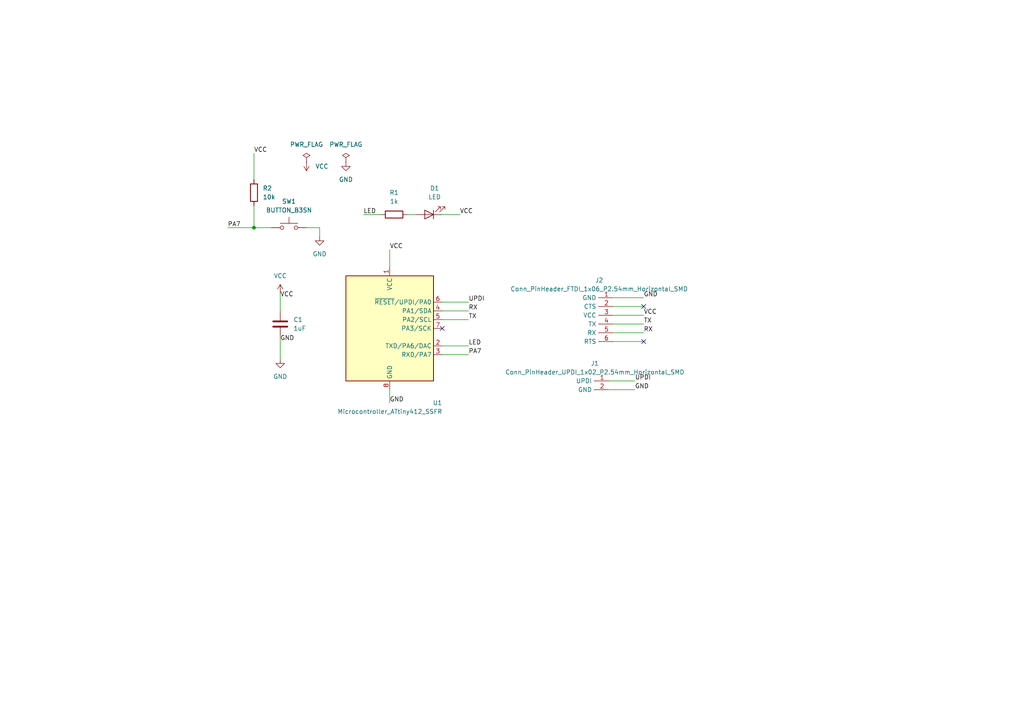
<source format=kicad_sch>
(kicad_sch (version 20211123) (generator eeschema)
  (paper "A4")
  (lib_symbols
    (symbol "fab:BUTTON_B3SN" (pin_numbers hide) (pin_names (offset 1.016) hide)
      (property "Reference" "SW" (at 1.27 2.54 0))
      (property "Value" "BUTTON_B3SN" (at 0 -1.524 0))
      (symbol "BUTTON_B3SN_0_1"
        (circle (center -2.032 0) (radius 0.508))
        (polyline (pts (xy 0 1.27) (xy 0 3.048)))
        (polyline (pts (xy 2.54 1.27) (xy -2.54 1.27)))
        (circle (center 2.032 0) (radius 0.508))
        (pin passive line (at -5.08 0 0) (length 2.54) (name "1") (number "1"))
        (pin passive line (at 5.08 0 180) (length 2.54) (name "2") (number "2"))
      )
    )
    (symbol "fab:C" (pin_numbers hide) (pin_names (offset 0.254))
      (property "Reference" "C" (at 0.635 2.54 0))
      (property "Value" "C" (at 0.635 -2.54 0))
      (symbol "C_0_1"
        (polyline (pts (xy -2.032 -0.762) (xy 2.032 -0.762)) (stroke (width 0.508)))
        (polyline (pts (xy -2.032 0.762) (xy 2.032 0.762)) (stroke (width 0.508)))
      )
      (symbol "C_1_1"
        (pin passive line (at 0 3.81 270) (length 2.794) (name "~") (number "1"))
        (pin passive line (at 0 -3.81 90) (length 2.794) (name "~") (number "2"))
      )
    )
    (symbol "fab:Conn_PinHeader_FTDI_1x06_P2.54mm_Horizontal_SMD" (pin_names (offset 1.016))
      (property "Reference" "J" (at 0 7.62 0))
      (property "Value" "Conn_PinHeader_FTDI_1x06_P2.54mm_Horizontal_SMD" (at 0 -10.16 0))
      (symbol "Conn_PinHeader_FTDI_1x06_P2.54mm_Horizontal_SMD_1_1"
        (polyline (pts (xy 1.27 -7.62) (xy 0.8636 -7.62)) (stroke (width 0.1524)))
        (polyline (pts (xy 1.27 -5.08) (xy 0.8636 -5.08)) (stroke (width 0.1524)))
        (polyline (pts (xy 1.27 -2.54) (xy 0.8636 -2.54)) (stroke (width 0.1524)))
        (polyline (pts (xy 1.27 0) (xy 0.8636 0)) (stroke (width 0.1524)))
        (polyline (pts (xy 1.27 2.54) (xy 0.8636 2.54)) (stroke (width 0.1524)))
        (polyline (pts (xy 1.27 5.08) (xy 0.8636 5.08)) (stroke (width 0.1524)))
        (pin passive line (at 5.08 5.08 180) (length 3.81) (name "GND") (number "1"))
        (pin passive line (at 5.08 2.54 180) (length 3.81) (name "CTS") (number "2"))
        (pin passive line (at 5.08 0 180) (length 3.81) (name "VCC") (number "3"))
        (pin passive line (at 5.08 -2.54 180) (length 3.81) (name "TX") (number "4"))
        (pin passive line (at 5.08 -5.08 180) (length 3.81) (name "RX") (number "5"))
        (pin passive line (at 5.08 -7.62 180) (length 3.81) (name "RTS") (number "6"))
      )
    )
    (symbol "fab:Conn_PinHeader_UPDI_1x02_P2.54mm_Horizontal_SMD" (pin_names (offset 1.016))
      (property "Reference" "J" (at 0 2.54 0))
      (property "Value" "Conn_PinHeader_UPDI_1x02_P2.54mm_Horizontal_SMD" (at 0 -5.08 0))
      (symbol "Conn_PinHeader_UPDI_1x02_P2.54mm_Horizontal_SMD_1_1"
        (polyline (pts (xy 1.27 -2.54) (xy 0.8636 -2.54)) (stroke (width 0.1524)))
        (polyline (pts (xy 1.27 0) (xy 0.8636 0)) (stroke (width 0.1524)))
        (pin passive line (at 5.08 0 180) (length 3.81) (name "UPDI") (number "1"))
        (pin passive line (at 5.08 -2.54 180) (length 3.81) (name "GND") (number "2"))
      )
    )
    (symbol "fab:LED" (pin_numbers hide) (pin_names (offset 1.016) hide)
      (property "Reference" "D" (at 0 2.54 0))
      (property "Value" "LED" (at 0 -2.54 0))
      (symbol "LED_0_1"
        (polyline (pts (xy -1.27 -1.27) (xy -1.27 1.27)) (stroke (width 0.2032)))
        (polyline (pts (xy -1.27 0) (xy 1.27 0)))
        (polyline (pts (xy 1.27 -1.27) (xy 1.27 1.27) (xy -1.27 0) (xy 1.27 -1.27)) (stroke (width 0.2032)))
        (polyline (pts (xy -3.048 -0.762) (xy -4.572 -2.286) (xy -3.81 -2.286) (xy -4.572 -2.286) (xy -4.572 -1.524)))
        (polyline (pts (xy -1.778 -0.762) (xy -3.302 -2.286) (xy -2.54 -2.286) (xy -3.302 -2.286) (xy -3.302 -1.524)))
      )
      (symbol "LED_1_1"
        (pin passive line (at -3.81 0 0) (length 2.54) (name "K") (number "1"))
        (pin passive line (at 3.81 0 180) (length 2.54) (name "A") (number "2"))
      )
    )
    (symbol "fab:Microcontroller_ATtiny412_SSFR"
      (property "Reference" "U" (at -12.7 17.78 0))
      (property "Value" "Microcontroller_ATtiny412_SSFR" (at 2.54 17.78 0))
      (symbol "Microcontroller_ATtiny412_SSFR_0_1"
        (rectangle (start -12.7 -15.24) (end 12.7 15.24) (stroke (width 0.254)) (fill (type background)))
      )
      (symbol "Microcontroller_ATtiny412_SSFR_1_1"
        (pin power_in line (at 0 17.78 270) (length 2.54) (name "VCC") (number "1"))
        (pin bidirectional line (at 15.24 -5.08 180) (length 2.54) (name "TXD/PA6/DAC") (number "2"))
        (pin bidirectional line (at 15.24 -7.62 180) (length 2.54) (name "RXD/PA7") (number "3"))
        (pin bidirectional line (at 15.24 5.08 180) (length 2.54) (name "PA1/SDA") (number "4"))
        (pin bidirectional line (at 15.24 2.54 180) (length 2.54) (name "PA2/SCL") (number "5"))
        (pin bidirectional line (at 15.24 7.62 180) (length 2.54) (name "~{RESET}/UPDI/PA0") (number "6"))
        (pin bidirectional line (at 15.24 0 180) (length 2.54) (name "PA3/SCK") (number "7"))
        (pin power_in line (at 0 -17.78 90) (length 2.54) (name "GND") (number "8"))
      )
    )
    (symbol "fab:Power_GND" (power) (pin_names (offset 0))
      (property "Value" "Power_GND" (at 0 -3.81 0))
      (symbol "Power_GND_0_1"
        (polyline (pts (xy 0 0) (xy 0 -1.27) (xy 1.27 -1.27) (xy 0 -2.54) (xy -1.27 -1.27) (xy 0 -1.27)))
      )
      (symbol "Power_GND_1_1"
        (pin power_in line (at 0 0 270) (length 0) hide (name "GND") (number "1"))
      )
    )
    (symbol "fab:R" (pin_numbers hide) (pin_names (offset 0))
      (property "Reference" "R" (at 2.032 0 90))
      (property "Value" "R" (at 0 0 90))
      (symbol "R_0_1"
        (rectangle (start -1.016 -2.54) (end 1.016 2.54) (stroke (width 0.254)))
      )
      (symbol "R_1_1"
        (pin passive line (at 0 3.81 270) (length 1.27) (name "~") (number "1"))
        (pin passive line (at 0 -3.81 90) (length 1.27) (name "~") (number "2"))
      )
    )
    (symbol "power:PWR_FLAG" (power) (pin_numbers hide) (pin_names (offset 0) hide)
      (property "Value" "PWR_FLAG" (at 0 3.81 0))
      (symbol "PWR_FLAG_0_0"
        (pin power_out line (at 0 0 90) (length 0) (name "pwr") (number "1"))
      )
      (symbol "PWR_FLAG_0_1"
        (polyline (pts (xy 0 0) (xy 0 1.27) (xy -1.016 1.905) (xy 0 2.54) (xy 1.016 1.905) (xy 0 1.27)))
      )
    )
    (symbol "power:VCC" (power) (pin_names (offset 0))
      (property "Value" "VCC" (at 0 3.81 0))
      (symbol "VCC_0_1"
        (polyline (pts (xy -0.762 1.27) (xy 0 2.54)))
        (polyline (pts (xy 0 0) (xy 0 2.54)))
        (polyline (pts (xy 0 2.54) (xy 0.762 1.27)))
      )
      (symbol "VCC_1_1"
        (pin power_in line (at 0 0 90) (length 0) hide (name "VCC") (number "1"))
      )
    )
  )
  (junction (at 73.66 66.04))
  (no_connect (at 128.27 95.25))
  (no_connect (at 186.69 99.06))
  (no_connect (at 186.69 88.9))
  (wire (pts (xy 177.8 93.98) (xy 186.69 93.98)))
  (wire (pts (xy 128.27 92.71) (xy 135.89 92.71)))
  (wire (pts (xy 177.8 96.52) (xy 186.69 96.52)))
  (wire (pts (xy 113.03 113.03) (xy 113.03 116.84)))
  (wire (pts (xy 105.41 62.23) (xy 110.49 62.23)))
  (wire (pts (xy 73.66 66.04) (xy 78.74 66.04)))
  (wire (pts (xy 118.11 62.23) (xy 120.65 62.23)))
  (wire (pts (xy 66.04 66.04) (xy 73.66 66.04)))
  (wire (pts (xy 88.9 66.04) (xy 92.71 66.04)))
  (wire (pts (xy 177.8 99.06) (xy 186.69 99.06)))
  (wire (pts (xy 128.27 102.87) (xy 135.89 102.87)))
  (wire (pts (xy 128.27 87.63) (xy 135.89 87.63)))
  (wire (pts (xy 177.8 91.44) (xy 186.69 91.44)))
  (wire (pts (xy 177.8 88.9) (xy 186.69 88.9)))
  (wire (pts (xy 92.71 66.04) (xy 92.71 68.58)))
  (wire (pts (xy 128.27 62.23) (xy 133.35 62.23)))
  (wire (pts (xy 176.53 110.49) (xy 184.15 110.49)))
  (wire (pts (xy 81.28 97.79) (xy 81.28 104.14)))
  (wire (pts (xy 73.66 44.45) (xy 73.66 52.07)))
  (wire (pts (xy 81.28 85.09) (xy 81.28 90.17)))
  (wire (pts (xy 176.53 113.03) (xy 184.15 113.03)))
  (wire (pts (xy 113.03 72.39) (xy 113.03 77.47)))
  (wire (pts (xy 128.27 90.17) (xy 135.89 90.17)))
  (wire (pts (xy 128.27 100.33) (xy 135.89 100.33)))
  (wire (pts (xy 73.66 59.69) (xy 73.66 66.04)))
  (wire (pts (xy 177.8 86.36) (xy 186.69 86.36)))
  (label "PA7" (at 66.04 66.04 0))
  (label "GND" (at 184.15 113.03 0))
  (label "VCC" (at 81.28 86.36 0))
  (label "GND" (at 113.03 116.84 0))
  (label "VCC" (at 133.35 62.23 0))
  (label "GND" (at 186.69 86.36 0))
  (label "TX" (at 135.89 92.71 0))
  (label "GND" (at 81.28 99.06 0))
  (label "TX" (at 186.69 93.98 0))
  (label "UPDI" (at 184.15 110.49 0))
  (label "UPDI" (at 135.89 87.63 0))
  (label "RX" (at 135.89 90.17 0))
  (label "LED" (at 135.89 100.33 0))
  (label "LED" (at 105.41 62.23 0))
  (label "VCC" (at 73.66 44.45 0))
  (label "RX" (at 186.69 96.52 0))
  (label "VCC" (at 113.03 72.39 0))
  (label "VCC" (at 186.69 91.44 0))
  (label "PA7" (at 135.89 102.87 0))
  (symbol (lib_id "power:VCC") (at 81.28 85.09 0) (unit 1)
    (property "Reference" "#PWR0102" (effects hide))
    (property "Value" "VCC" (at 81.28 80.01 0))
  )
  (symbol (lib_id "fab:R") (at 73.66 55.88 0) (unit 1)
    (property "Reference" "R2" (at 76.2 54.6099 0) (effects (justify left)))
    (property "Value" "10k" (at 76.2 57.1499 0) (effects (justify left)))
    (property "Footprint" "fab:R_1206" (effects hide))
  )
  (symbol (lib_id "fab:C") (at 81.28 93.98 0) (unit 1)
    (property "Reference" "C1" (at 85.09 92.7099 0) (effects (justify left)))
    (property "Value" "1uF" (at 85.09 95.2499 0) (effects (justify left)))
    (property "Footprint" "fab:C_1206" (effects hide))
  )
  (symbol (lib_id "fab:Conn_PinHeader_UPDI_1x02_P2.54mm_Horizontal_SMD") (at 171.45 110.49 0) (unit 1)
    (property "Reference" "J1" (at 172.5168 105.41 0))
    (property "Value" "Conn_PinHeader_UPDI_1x02_P2.54mm_Horizontal_SMD" (at 172.5168 107.95 0))
    (property "Footprint" "fab:PinHeader_UPDI_01x02_P2.54mm_Horizontal_SMD" (effects hide))
  )
  (symbol (lib_id "fab:Power_GND") (at 92.71 68.58 0) (unit 1)
    (property "Reference" "#PWR0105" (effects hide))
    (property "Value" "Power_GND" (at 92.71 73.66 0))
  )
  (symbol (lib_id "fab:BUTTON_B3SN") (at 83.82 66.04 0) (unit 1)
    (property "Reference" "SW1" (at 83.82 58.42 0))
    (property "Value" "BUTTON_B3SN" (at 83.82 60.96 0))
    (property "Footprint" "fab:Button_Omron_B3SN_6x6mm" (effects hide))
    (property "Datasheet" "https://omronfs.omron.com/en_US/ecb/products/pdf/en-b3sn.pdf" (effects hide))
  )
  (symbol (lib_id "fab:Power_GND") (at 81.28 104.14 0) (unit 1)
    (property "Reference" "#PWR0101" (effects hide))
    (property "Value" "Power_GND" (at 81.28 109.22 0))
  )
  (symbol (lib_id "fab:Conn_PinHeader_FTDI_1x06_P2.54mm_Horizontal_SMD") (at 172.72 91.44 0) (unit 1)
    (property "Reference" "J2" (at 173.7868 81.28 0))
    (property "Value" "Conn_PinHeader_FTDI_1x06_P2.54mm_Horizontal_SMD" (at 173.7868 83.82 0))
    (property "Footprint" "fab:PinHeader_FTDI_01x06_P2.54mm_Horizontal_SMD" (effects hide))
  )
  (symbol (lib_id "fab:Microcontroller_ATtiny412_SSFR") (at 113.03 95.25 0) (unit 1)
    (property "Reference" "U1" (at 128.27 116.84 0) (effects (justify right)))
    (property "Value" "Microcontroller_ATtiny412_SSFR" (at 128.27 119.38 0) (effects (justify right)))
    (property "Footprint" "fab:SOIC-8_3.9x4.9mm_P1.27mm" (effects hide))
    (property "Datasheet" "http://ww1.microchip.com/downloads/en/DeviceDoc/40001911A.pdf" (effects hide))
  )
  (symbol (lib_id "power:PWR_FLAG") (at 100.33 46.99 0) (unit 1)
    (property "Reference" "#FLG0101" (effects hide))
    (property "Value" "PWR_FLAG" (at 100.33 41.91 0))
  )
  (symbol (lib_id "fab:LED") (at 124.46 62.23 180) (unit 1)
    (property "Reference" "D1" (at 126.0602 54.61 0))
    (property "Value" "LED" (at 126.0602 57.15 0))
    (property "Footprint" "fab:LED_1206" (effects hide))
    (property "Datasheet" "https://optoelectronics.liteon.com/upload/download/DS-22-98-0002/LTST-C150CKT.pdf" (effects hide))
  )
  (symbol (lib_id "power:VCC") (at 88.9 46.99 180) (unit 1)
    (property "Reference" "#PWR0103" (effects hide))
    (property "Value" "VCC" (at 91.44 48.2599 0) (effects (justify right)))
  )
  (symbol (lib_id "power:PWR_FLAG") (at 88.9 46.99 0) (unit 1)
    (property "Reference" "#FLG0102" (effects hide))
    (property "Value" "PWR_FLAG" (at 88.9 41.91 0))
  )
  (symbol (lib_id "fab:Power_GND") (at 100.33 46.99 0) (unit 1)
    (property "Reference" "#PWR0104" (effects hide))
    (property "Value" "Power_GND" (at 100.33 52.07 0))
  )
  (symbol (lib_id "fab:R") (at 114.3 62.23 90) (unit 1)
    (property "Reference" "R1" (at 114.3 55.88 90))
    (property "Value" "1k" (at 114.3 58.42 90))
    (property "Footprint" "fab:R_1206" (effects hide))
  )
)
</source>
